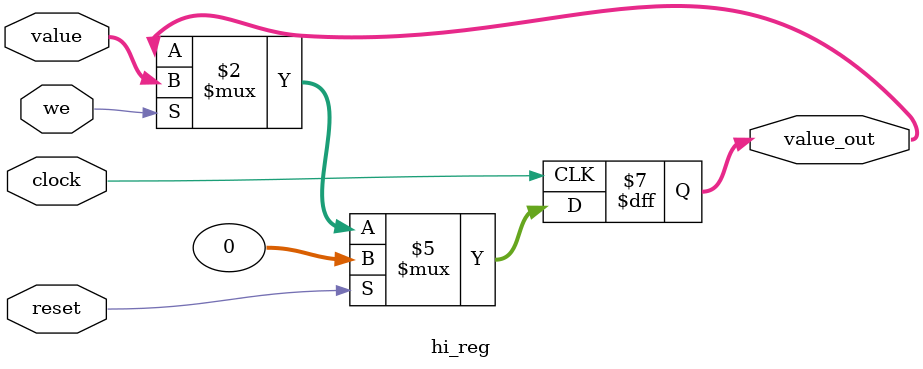
<source format=v>
module hi_reg
(
    input  wire        clock,
    input  wire        reset,
    input  wire [31:0] value,
    input  wire        we,
    output reg  [31:0] value_out
);

always @(posedge clock)
begin
    if (reset)
    begin
        value_out <= 32'b0;
    end
    else if (we)
    begin
        value_out <= value;
    end
end

endmodule

</source>
